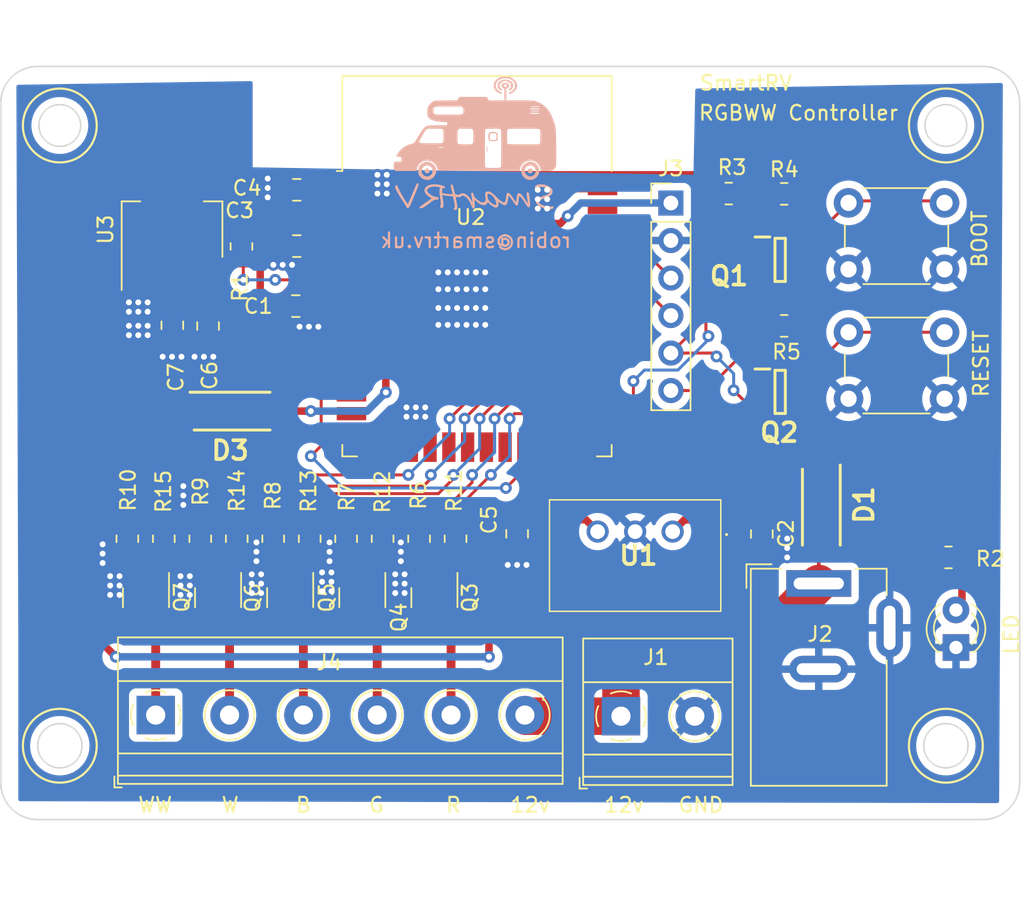
<source format=kicad_pcb>
(kicad_pcb (version 20211014) (generator pcbnew)
  (layers (0 "F.Cu" signal) (31 "B.Cu" signal) (34 "B.Paste" user) (35 "F.Paste" user) (36 "B.SilkS" user "B.Silkscreen") (37 "F.SilkS" user "F.Silkscreen") (38 "B.Mask" user) (39 "F.Mask" user) (44 "Edge.Cuts" user))
  (net 0 "")
  (net 1 "GND")
  (net 2 "ESP_RESET")
  (net 3 "VDD33")
  (net 4 "VDD12_U")
  (net 5 "ESP_TX")
  (net 6 "ESP_RX")
  (net 7 "RTS")
  (net 8 "CTS")
  (net 9 "Net-(Q1-Pad1)")
  (net 10 "ESP_IO0")
  (net 11 "Net-(Q2-Pad1)")
  (net 12 "Net-(Q3-Pad1)")
  (net 13 "Net-(Q4-Pad1)")
  (net 14 "Net-(Q5-Pad1)")
  (net 15 "Net-(Q6-Pad1)")
  (net 16 "Net-(Q7-Pad1)")
  (net 17 "LEDR")
  (net 18 "LEDG")
  (net 19 "LEDB")
  (net 20 "LEDW")
  (net 21 "LEDWW")
  (net 43 "/PWR5{slash}20")
  (net 44 "/PWR12{slash}20")
  (footprint "Package_TO_SOT_SMD:SOT-23" (layer "F.Cu") (at 119.36632 81.9717 -90)
    (fp_text reference "Q3")
    (fp_text value "AO3400A")
  )
  (footprint "Resistor_SMD:R_0805_2012Metric" (layer "F.Cu") (at 98.5736 77.9858 90)
    (fp_text reference "R10")
    (fp_text value "10k")
  )
  (footprint "Capacitor_SMD:C_0805_2012Metric" (layer "F.Cu") (at 110.048 58.166 180)
    (fp_text reference "C3")
    (fp_text value "10uF")
  )
  (footprint "Package_TO_SOT_SMD:SOT-23" (layer "F.Cu") (at 104.71687 81.9717 -90)
    (fp_text reference "Q6")
    (fp_text value "AO3400A")
  )
  (footprint "Resistor_SMD:R_0805_2012Metric" (layer "F.Cu") (at 143.05 54.63)
    (fp_text reference "R4")
    (fp_text value "10k")
  )
  (footprint "TerminalBlock_Phoenix:TerminalBlock_Phoenix_MKDS-1,5-2_1x02_P5.00mm_Horizontal" (layer "F.Cu") (at 132 90)
    (fp_text reference "J1")
    (fp_text value "12v In")
  )
  (footprint "Capacitor_SMD:C_0805_2012Metric" (layer "F.Cu") (at 110.048 54.356 180)
    (fp_text reference "C4")
    (fp_text value "0.1uF")
  )
  (footprint "Capacitor_SMD:C_0805_2012Metric" (layer "F.Cu") (at 109.982 62.23 180)
    (fp_text reference "C1")
    (fp_text value "100nf")
  )
  (footprint "Button_Switch_THT:SW_PUSH_6mm" (layer "F.Cu") (at 153.91 68.5026 180)
    (fp_text reference "RESET")
    (fp_text value "SW_Push")
  )
  (footprint "Capacitor_SMD:C_0805_2012Metric" (layer "F.Cu") (at 104.04 63.578 -90)
    (fp_text reference "C6")
    (fp_text value "10uf")
  )
  (footprint "Package_TO_SOT_SMD:SOT-23" (layer "F.Cu") (at 109.60002 81.9717 -90)
    (fp_text reference "Q5")
    (fp_text value "AO3400A")
  )
  (footprint "Package_TO_SOT_SMD:SOT-23" (layer "F.Cu") (at 114.48317 81.9717 -90)
    (fp_text reference "Q4")
    (fp_text value "AO3400A")
  )
  (footprint "Resistor_SMD:R_0805_2012Metric" (layer "F.Cu") (at 115.859708 77.9858 -90)
    (fp_text reference "R12")
    (fp_text value "100")
  )
  (footprint "Package_TO_SOT_SMD:SOT-223-3_TabPin2" (layer "F.Cu") (at 101.6 57.048 90)
    (fp_text reference "U3")
    (fp_text value "AMS1117-3.3")
  )
  (footprint "SamacSys_Parts:DIOM5126X250N" (layer "F.Cu") (at 145.5674 75.8444 -90)
    (fp_text reference "D1")
    (fp_text value "SS14" hide)
  )
  (footprint "Resistor_SMD:R_0805_2012Metric" (layer "F.Cu") (at 113.390264 77.9858 90)
    (fp_text reference "R7")
    (fp_text value "10k")
  )
  (footprint "Capacitor_SMD:C_0805_2012Metric" (layer "F.Cu") (at 141.54 77.66 -90)
    (fp_text reference "C2")
    (fp_text value "10uf")
  )
  (footprint "Resistor_SMD:R_0805_2012Metric" (layer "F.Cu") (at 154.178 79.248)
    (fp_text reference "R2")
    (fp_text value "150")
  )
  (footprint "Resistor_SMD:R_0805_2012Metric" (layer "F.Cu") (at 118.329152 77.9858 90)
    (fp_text reference "R6")
    (fp_text value "10k")
  )
  (footprint "Resistor_SMD:R_0805_2012Metric" (layer "F.Cu") (at 139.2955 54.61)
    (fp_text reference "R3")
    (fp_text value "10k")
  )
  (footprint "Resistor_SMD:R_0805_2012Metric" (layer "F.Cu") (at 108.451376 77.9858 90)
    (fp_text reference "R8")
    (fp_text value "10k")
  )
  (footprint "SamacSys_Parts:SOT95P240X120-3N" (layer "F.Cu") (at 142.78 68.04)
    (fp_text reference "Q2")
    (fp_text value "MMBT2222A" hide)
  )
  (footprint "Connector_PinHeader_2.54mm:PinHeader_1x06_P2.54mm_Vertical" (layer "F.Cu") (at 135.38 55.25)
    (fp_text reference "J3")
    (fp_text value "Programming Header")
  )
  (footprint "Connector_BarrelJack:BarrelJack_Wuerth_6941xx301002" (layer "F.Cu") (at 145.3938 81.01339)
    (fp_text reference "J2")
    (fp_text value "Barrel_Jack_Switch")
  )
  (footprint "Capacitor_SMD:C_0805_2012Metric" (layer "F.Cu") (at 124.968 77.6478 -90)
    (fp_text reference "C5")
    (fp_text value "22uf")
  )
  (footprint "Package_TO_SOT_SMD:SOT-23" (layer "F.Cu") (at 99.83372 81.9717 -90)
    (fp_text reference "Q7")
    (fp_text value "AO3400A")
  )
  (footprint "SamacSys_Parts:DIOM5126X250N" (layer "F.Cu") (at 105.664 69.342)
    (fp_text reference "D3")
    (fp_text value "SS14" hide)
  )
  (footprint "LED_THT:LED_D3.0mm" (layer "F.Cu") (at 154.686 85.349 90)
    (fp_text reference "D2" hide)
    (fp_text value "LED")
  )
  (footprint "Resistor_SMD:R_0805_2012Metric" (layer "F.Cu") (at 143.05 63.57)
    (fp_text reference "R5")
    (fp_text value "10k")
  )
  (footprint "Resistor_SMD:R_0805_2012Metric" (layer "F.Cu") (at 103.512488 77.9858 90)
    (fp_text reference "R9")
    (fp_text value "10k")
  )
  (footprint "RF_Module:ESP32-WROOM-32" (layer "F.Cu") (at 122.2502 62.527)
    (fp_text reference "U2")
    (fp_text value "ESP32-WROOM-32D")
  )
  (footprint "Capacitor_SMD:C_0805_2012Metric" (layer "F.Cu") (at 101.62 63.528 -90)
    (fp_text reference "C7")
    (fp_text value "10uf")
  )
  (footprint "Button_Switch_THT:SW_PUSH_6mm" (layer "F.Cu") (at 147.41 55.24)
    (fp_text reference "BOOT")
    (fp_text value "SW_Push")
  )
  (footprint "Resistor_SMD:R_0805_2012Metric" (layer "F.Cu") (at 120.7986 77.9858 -90)
    (fp_text reference "R11")
    (fp_text value "100")
  )
  (footprint "Resistor_SMD:R_0805_2012Metric" (layer "F.Cu") (at 110.92082 77.9858 -90)
    (fp_text reference "R13")
    (fp_text value "100")
  )
  (footprint "Resistor_SMD:R_0805_2012Metric" (layer "F.Cu") (at 101.043044 77.9858 -90)
    (fp_text reference "R15")
    (fp_text value "100")
  )
  (footprint "Resistor_SMD:R_0805_2012Metric" (layer "F.Cu") (at 105.981932 77.9858 -90)
    (fp_text reference "R14")
    (fp_text value "100")
  )
  (footprint "SamacSys_Parts:SOT95P240X120-3N" (layer "F.Cu") (at 142.78 59.1)
    (fp_text reference "Q1")
    (fp_text value "MMBT2222A" hide)
  )
  (footprint "TerminalBlock_Phoenix:TerminalBlock_Phoenix_MKDS-1,5-6_1x06_P5.00mm_Horizontal" (layer "F.Cu") (at 100.4938 89.9238)
    (fp_text reference "J4")
    (fp_text value "LED Screw")
  )
  (footprint "SamacSys_Parts:K7805500R3" (layer "F.Cu") (at 135.5 77.5 180)
    (fp_text reference "U1")
    (fp_text value "K7805-500R3" hide)
  )
  (footprint "Resistor_SMD:R_0805_2012Metric" (layer "F.Cu") (at 106.299 58.1895 -90)
    (fp_text reference "R1")
    (fp_text value "10k")
  )
  (footprint "logos:smartrv" (layer "B.Cu") (at 121.92 51.181 180)
    (fp_text reference "G***" hide)
    (fp_text value "LOGO" hide)
  )
  (gr_circle locked (center 94 50) (end 96.5 50) (layer "F.SilkS") (width 0.15) (fill none))
  (gr_circle locked (center 154 92) (end 156.5 92) (layer "F.SilkS") (width 0.15) (fill none))
  (gr_circle locked (center 94 92) (end 96.5 92) (layer "F.SilkS") (width 0.15) (fill none))
  (gr_circle locked (center 154 50) (end 156.5 50) (layer "F.SilkS") (width 0.15) (fill none))
  (gr_arc (start 156.5 46) (mid 158.267767 46.732233) (end 159 48.5) (layer "Edge.Cuts") (width 0.1))
  (gr_arc (start 92.5 97) (mid 90.732233 96.267767) (end 90 94.5) (layer "Edge.Cuts") (width 0.1))
  (gr_arc (start 90 48.5) (mid 90.732233 46.732233) (end 92.5 46) (layer "Edge.Cuts") (width 0.1))
  (gr_line (start 90 94.5) (end 90 48.5) (layer "Edge.Cuts") (width 0.1))
  (gr_line (start 159 48.5) (end 159 94.5) (layer "Edge.Cuts") (width 0.1))
  (gr_circle locked (center 94 50) (end 95 51) (layer "Edge.Cuts") (width 0.1) (fill none))
  (gr_line (start 156.5 46) (end 92.5 46) (layer "Edge.Cuts") (width 0.1))
  (gr_line (start 156.5 97) (end 92.5 97) (layer "Edge.Cuts") (width 0.1))
  (gr_circle locked (center 154 92) (end 155.5 92) (layer "Edge.Cuts") (width 0.1) (fill none))
  (gr_circle locked (center 154 50) (end 155 51) (layer "Edge.Cuts") (width 0.1) (fill none))
  (gr_arc (start 159 94.5) (mid 158.267767 96.267767) (end 156.5 97) (layer "Edge.Cuts") (width 0.1))
  (gr_circle locked (center 94 92) (end 95.5 92) (layer "Edge.Cuts") (width 0.1) (fill none))
  (gr_text "robin@smartrv.uk\n" (at 122.174 57.785) (layer "B.SilkS") (effects (font (size 1 1)) (justify mirror)))
  (gr_text "12v" (at 125.857 96.012) (layer "F.SilkS") (effects (font (size 1 1))))
  (gr_text "W" (at 105.537 96.012) (layer "F.SilkS") (effects (font (size 1 1))))
  (gr_text "WW" (at 100.457 96.012) (layer "F.SilkS") (effects (font (size 1 1))))
  (gr_text "R" (at 120.65 96.012) (layer "F.SilkS") (effects (font (size 1 1))))
  (gr_text "G" (at 115.443 96.012) (layer "F.SilkS") (effects (font (size 1 1))))
  (gr_text "12v" (at 132.207 96.012) (layer "F.SilkS") (effects (font (size 1 1))))
  (gr_text "SmartRV " (at 140.843 47.117) (layer "F.SilkS") (effects (font (size 1 1))))
  (gr_text "B" (at 110.49 96.012) (layer "F.SilkS") (effects (font (size 1 1))))
  (gr_text "RGBWW Controller" (at 144.018 49.149) (layer "F.SilkS") (effects (font (size 1 1))))
  (gr_text "GND\n" (at 137.414 96.012) (layer "F.SilkS") (effects (font (size 1 1))))
  (segment (start 101.62 64.478) (end 101.62 65.639) (width 0.508) (layer "F.Cu") (net 1))
  (segment (start 112.268 80.137) (end 112.395 80.264) (width 0.508) (layer "F.Cu") (net 1))
  (segment (start 126.365 54.356) (end 126.365 55.626) (width 0.508) (layer "F.Cu") (net 1))
  (segment (start 108.204 54.356) (end 108.077 54.229) (width 0.508) (layer "F.Cu") (net 1))
  (segment (start 104.04 64.528) (end 104.04 65.378) (width 0.508) (layer "F.Cu") (net 1))
  (segment (start 117.348 81.026) (end 118.40812 81.026) (width 0.508) (layer "F.Cu") (net 1))
  (segment (start 127.846 54.526) (end 128.1 54.272) (width 0.508) (layer "F.Cu") (net 1))
  (segment (start 127.465 54.526) (end 127.846 54.526) (width 0.508) (layer "F.Cu") (net 1))
  (segment (start 109.098 59.431) (end 109.093 59.436) (width 0.508) (layer "F.Cu") (net 1))
  (segment (start 98.679 62.611) (end 98.679 61.976) (width 0.508) (layer "F.Cu") (net 1))
  (segment (start 111.76 81.534) (end 112.395 81.534) (width 0.508) (layer "F.Cu") (net 1))
  (segment (start 107.6325 81.026) (end 108.64182 81.026) (width 0.508) (layer "F.Cu") (net 1))
  (segment (start 109.098 58.166) (end 109.098 59.431) (width 0.508) (layer "F.Cu") (net 1))
  (segment (start 102.358968 74.425032) (end 102.358968 77.74478) (width 0.508) (layer "F.Cu") (net 1))
  (segment (start 99.949 64.1985) (end 99.949 63.5635) (width 0.508) (layer "F.Cu") (net 1))
  (segment (start 126.365 54.991) (end 127 54.991) (width 0.508) (layer "F.Cu") (net 1))
  (segment (start 115.5065 53.34) (end 115.5065 54.61) (width 0.508) (layer "F.Cu") (net 1))
  (segment (start 102.1715 81.153) (end 102.8065 81.153) (width 0.508) (layer "F.Cu") (net 1))
  (segment (start 112.395 80.899) (end 113.39797 80.899) (width 0.508) (layer "F.Cu") (net 1))
  (segment (start 97.409 81.788) (end 98.044 81.788) (width 0.508) (layer "F.Cu") (net 1))
  (segment (start 117.475 69.088) (end 117.475 69.723) (width 0.508) (layer "F.Cu") (net 1))
  (segment (start 126.365 54.356) (end 127 54.356) (width 0.508) (layer "F.Cu") (net 1))
  (segment (start 127.465 54.526) (end 127 54.991) (width 0.508) (layer "F.Cu") (net 1))
  (segment (start 98.679 61.976) (end 99.949 61.976) (width 0.508) (layer "F.Cu") (net 1))
  (segment (start 103.124 65.659) (end 104.394 65.659) (width 0.508) (layer "F.Cu") (net 1))
  (segment (start 116.713 81.026) (end 117.348 81.026) (width 0.508) (layer "F.Cu") (net 1))
  (segment (start 112.268 79.756) (end 111.76 80.264) (width 0.508) (layer "F.Cu") (net 1))
  (segment (start 99.314 64.1985) (end 99.314 63.5635) (width 0.508) (layer "F.Cu") (net 1))
  (segment (start 115.5065 53.975) (end 116.1415 53.975) (width 0.508) (layer "F.Cu") (net 1))
  (segment (start 108.420076 78.867) (end 108.451376 78.8983) (width 0.508) (layer "F.Cu") (net 1))
  (segment (start 102.1715 80.518) (end 102.8065 80.518) (width 0.508) (layer "F.Cu") (net 1))
  (segment (start 110.932 62.23) (end 110.932 63.566) (width 0.508) (layer "F.Cu") (net 1))
  (segment (start 102.8065 80.518) (end 102.8065 81.788) (width 0.508) (layer "F.Cu") (net 1))
  (segment (start 111.76 80.264) (end 112.395 80.264) (width 0.508) (layer "F.Cu") (net 1))
  (segment (start 96.901 78.359) (end 96.901 79.629) (width 0.508) (layer "F.Cu") (net 1))
  (segment (start 106.9975 81.026) (end 107.6325 81.026) (width 0.508) (layer "F.Cu") (net 1))
  (segment (start 116.713 80.391) (end 117.348 80.391) (width 0.508) (layer "F.Cu") (net 1))
  (segment (start 118.0143 68.9923) (end 118.11 69.088) (width 0.508) (layer "F.Cu") (net 1))
  (segment (start 102.362 74.422) (end 102.358968 74.425032) (width 0.508) (layer "F.Cu") (net 1))
  (segment (start 102.1715 81.788) (end 102.8065 81.788) (width 0.508) (layer "F.Cu") (net 1))
  (segment (start 112.141 78.232) (end 112.141 79.502) (width 0.508) (layer "F.Cu") (net 1))
  (segment (start 112.268 79.502) (end 112.268 80.137) (width 0.508) (layer "F.Cu") (net 1))
  (segment (start 98.76492 81.153) (end 98.88372 81.0342) (width 0.508) (layer "F.Cu") (net 1))
  (segment (start 118.40812 81.026) (end 118.41632 81.0342) (width 0.508) (layer "F.Cu") (net 1))
  (segment (start 113.39797 80.899) (end 113.53317 81.0342) (width 0.508) (layer "F.Cu") (net 1))
  (segment (start 117.094 78.232) (end 117.094 79.502) (width 0.508) (layer "F.Cu") (net 1))
  (segment (start 112.141 78.867) (end 113.358964 78.867) (width 0.508) (layer "F.Cu") (net 1))
  (segment (start 118.11 69.088) (end 118.11 69.723) (width 0.508) (layer "F.Cu") (net 1))
  (segment (start 98.679 64.1985) (end 99.949 64.1985) (width 0.508) (layer "F.Cu") (net 1))
  (segment (start 100.965 65.659) (end 102.235 65.659) (width 0.508) (layer "F.Cu") (net 1))
  (segment (start 107.6325 80.391) (end 107.6325 81.661) (width 0.508) (layer "F.Cu") (net 1))
  (segment (start 106.9975 81.661) (end 107.6325 81.661) (width 0.508) (layer "F.Cu") (net 1))
  (segment (start 117.475 69.088) (end 118.745 69.088) (width 0.508) (layer "F.Cu") (net 1))
  (segment (start 111.76 80.264) (end 111.76 81.534) (width 0.508) (layer "F.Cu") (net 1))
  (segment (start 115.2095 54.272) (end 115.5065 53.975) (width 0.508) (layer "F.Cu") (net 1))
  (segment (start 126.365 55.626) (end 127 55.626) (width 0.508) (layer "F.Cu") (net 1))
  (segment (start 117.348 80.391) (end 117.348 81.661) (width 0.508) (layer "F.Cu") (net 1))
  (segment (start 118.745 69.088) (end 118.745 69.723) (width 0.508) (layer "F.Cu") (net 1))
  (segment (start 143.256 79.248) (end 143.256 77.978) (width 0.508) (layer "F.Cu") (net 1))
  (segment (start 98.679 62.611) (end 99.949 62.611) (width 0.508) (layer "F.Cu") (net 1))
  (segment (start 110.932 63.566) (end 110.871 63.627) (width 0.508) (layer "F.Cu") (net 1))
  (segment (start 99.3 60.198) (end 99.3 64.1845) (width 0.508) (layer "F.Cu") (net 1))
  (segment (start 98.679 63.5635) (end 99.949 63.5635) (width 0.508) (layer "F.Cu") (net 1))
  (segment (start 116.5352 70.0278) (end 116.5352 71.782) (width 0.508) (layer "F.Cu") (net 1))
  (segment (start 98.044 81.153) (end 98.76492 81.153) (width 0.508) (layer "F.Cu") (net 1))
  (segment (start 117.475 69.723) (end 118.745 69.723) (width 0.508) (layer "F.Cu") (net 1))
  (segment (start 99.949 62.611) (end 99.949 61.976) (width 0.508) (layer "F.Cu") (net 1))
  (segment (start 115.5065 54.61) (end 116.1415 54.61) (width 0.508) (layer "F.Cu") (net 1))
  (segment (start 107.315 78.232) (end 107.315 79.502) (width 0.508) (layer "F.Cu") (net 1))
  (segment (start 101.62 65.639) (end 101.6 65.659) (width 0.508) (layer "F.Cu") (net 1))
  (segment (start 108.458 59.436) (end 109.728 59.436) (width 0.508) (layer "F.Cu") (net 1))
  (segment (start 143.253 78.61) (end 143.256 78.613) (width 0.508) (layer "F.Cu") (net 1))
  (segment (start 112.268 79.502) (end 112.268 79.756) (width 0.508) (layer "F.Cu") (net 1))
  (segment (start 98.044 80.518) (end 98.044 81.788) (width 0.508) (layer "F.Cu") (net 1))
  (segment (start 108.64182 81.026) (end 108.65002 81.0342) (width 0.508) (layer "F.Cu") (net 1))
  (segment (start 116.713 80.391) (end 116.713 81.661) (width 0.508) (layer "F.Cu") (net 1))
  (segment (start 113.7502 54.272) (end 115.2095 54.272) (width 0.508) (layer "F.Cu") (net 1))
  (segment (start 115.5065 53.34) (end 116.1415 53.34) (width 0.508) (layer "F.Cu") (net 1))
  (segment (start 99.3 64.1845) (end 99.314 64.1985) (width 0.508) (layer "F.Cu") (net 1))
  (segment (start 106.9975 80.391) (end 107.6325 80.391) (width 0.508) (layer "F.Cu") (net 1))
  (segment (start 97.409 81.153) (end 98.044 81.153) (width 0.508) (layer "F.Cu") (net 1))
  (segment (start 97.409 80.518) (end 98.044 80.518) (width 0.508) (layer "F.Cu") (net 1))
  (segment (start 116.713 81.661) (end 117.348 81.661) (width 0.508) (layer "F.Cu") (net 1))
  (segment (start 117.1253 78.8983) (end 117.094 78.867) (width 0.508) (layer "F.Cu") (net 1))
  (segment (start 110.236 63.627) (end 111.506 63.627) (width 0.508) (layer "F.Cu") (net 1))
  (segment (start 108.077 54.864) (end 108.077 53.594) (width 0.508) (layer "F.Cu") (net 1))
  (segment (start 111.76 80.899) (end 112.395 80.899) (width 0.508) (layer "F.Cu") (net 1))
  (segment (start 117.475 69.088) (end 116.5352 70.0278) (width 0.508) (layer "F.Cu") (net 1))
  (segment (start 130.7502 54.272) (end 128.1 54.272) (width 0.508) (layer "F.Cu") (net 1))
  (segment (start 106.9975 80.391) (end 106.9975 81.661) (width 0.508) (layer "F.Cu") (net 1))
  (segment (start 124.333 79.756) (end 125.603 79.756) (width 0.508) (layer "F.Cu") (net 1))
  (segment (start 118.0143 69.6273) (end 118.11 69.723) (width 0.508) (layer "F.Cu") (net 1))
  (segment (start 102.1715 80.518) (end 102.1715 81.788) (width 0.508) (layer "F.Cu") (net 1))
  (segment (start 113.358964 78.867) (end 113.390264 78.8983) (width 0.508) (layer "F.Cu") (net 1))
  (segment (start 109.098 54.356) (end 108.204 54.356) (width 0.508) (layer "F.Cu") (net 1))
  (segment (start 107.315 78.867) (end 108.420076 78.867) (width 0.508) (layer "F.Cu") (net 1))
  (segment (start 103.64807 81.153) (end 103.76687 81.0342) (width 0.508) (layer "F.Cu") (net 1))
  (segment (start 124.968 78.5978) (end 124.968 79.756) (width 0.508) (layer "F.Cu") (net 1))
  (segment (start 98.679 64.1985) (end 98.679 63.5635) (width 0.508) (layer "F.Cu") (net 1))
  (segment (start 97.409 80.518) (end 97.409 81.788) (width 0.508) (layer "F.Cu") (net 1))
  (segment (start 141.54 78.61) (end 143.253 78.61) (width 0.508) (layer "F.Cu") (net 1))
  (segment (start 102.8065 81.153) (end 103.64807 81.153) (width 0.508) (layer "F.Cu") (net 1))
  (segment (start 96.9967 78.8983) (end 96.901 78.994) (width 0.508) (layer "F.Cu") (net 1))
  (segment (start 112.395 80.264) (end 112.395 81.534) (width 0.508) (layer "F.Cu") (net 1))
  (segment (start 127 54.356) (end 127 55.626) (width 0.508) (layer "F.Cu") (net 1))
  (segment (start 116.1415 53.34) (end 116.1415 54.61) (width 0.508) (layer "F.Cu") (net 1))
  (segment (start 99.314 62.611) (end 99.314 61.976) (width 0.508) (layer "F.Cu") (net 1))
  (segment (start 104.04 65.378) (end 103.759 65.659) (width 0.508) (layer "F.Cu") (net 1))
  (segment (start 98.5736 78.8983) (end 96.9967 78.8983) (width 0.508) (layer "F.Cu") (net 1))
  (segment (start 118.329152 78.8983) (end 117.1253 78.8983) (width 0.508) (layer "F.Cu") (net 1))
  (segment (start 102.358968 77.74478) (end 103.512488 78.8983) (width 0.508) (layer "F.Cu") (net 1))
  (via (at 111.76 80.264) (size 0.8) (drill 0.4) (layers "F.Cu" "B.Cu") (net 1))
  (via (at 117.094 78.867) (size 0.8) (drill 0.4) (layers "F.Cu" "B.Cu") (net 1))
  (via (at 120.904 61.087) (size 0.8) (drill 0.4) (layers "F.Cu" "B.Cu") (net 1))
  (via (at 96.901 78.359) (size 0.8) (drill 0.4) (layers "F.Cu" "B.Cu") (net 1))
  (via (at 116.713 80.391) (size 0.8) (drill 0.4) (layers "F.Cu" "B.Cu") (net 1))
  (via (at 97.409 81.153) (size 0.8) (drill 0.4) (layers "F.Cu" "B.Cu") (net 1))
  (via (at 112.395 81.534) (size 0.8) (drill 0.4) (layers "F.Cu" "B.Cu") (net 1))
  (via (at 108.077 54.864) (size 0.8) (drill 0.4) (layers "F.Cu" "B.Cu") (net 1))
  (via (at 117.094 79.502) (size 0.8) (drill 0.4) (layers "F.Cu" "B.Cu") (net 1))
  (via (at 98.679 64.1985) (size 0.8) (drill 0.4) (layers "F.Cu" "B.Cu") (net 1))
  (via (at 143.256 79.248) (size 0.8) (drill 0.4) (layers "F.Cu" "B.Cu") (net 1))
  (via (at 115.5065 53.975) (size 0.8) (drill 0.4) (layers "F.Cu" "B.Cu") (net 1))
  (via (at 143.256 78.613) (size 0.8) (drill 0.4) (layers "F.Cu" "B.Cu") (net 1))
  (via (at 126.365 54.356) (size 0.8) (drill 0.4) (layers "F.Cu" "B.Cu") (net 1))
  (via (at 99.314 62.611) (size 0.8) (drill 0.4) (layers "F.Cu" "B.Cu") (net 1))
  (via (at 125.603 79.756) (size 0.8) (drill 0.4) (layers "F.Cu" "B.Cu") (net 1))
  (via (at 117.475 69.088) (size 0.8) (drill 0.4) (layers "F.Cu" "B.Cu") (net 1))
  (via (at 116.713 81.661) (size 0.8) (drill 0.4) (layers "F.Cu" "B.Cu") (net 1))
  (via (at 121.539 59.944) (size 0.8) (drill 0.4) (layers "F.Cu" "B.Cu") (net 1))
  (via (at 98.679 61.976) (size 0.8) (drill 0.4) (layers "F.Cu" "B.Cu") (net 1))
  (via (at 120.269 61.087) (size 0.8) (drill 0.4) (layers "F.Cu" "B.Cu") (net 1))
  (via (at 122.809 63.5) (size 0.8) (drill 0.4) (layers "F.Cu" "B.Cu") (net 1))
  (via (at 102.1715 81.153) (size 0.8) (drill 0.4) (layers "F.Cu" "B.Cu") (net 1))
  (via (at 117.348 81.026) (size 0.8) (drill 0.4) (layers "F.Cu" "B.Cu") (net 1))
  (via (at 117.348 80.391) (size 0.8) (drill 0.4) (layers "F.Cu" "B.Cu") (net 1))
  (via (at 118.745 69.723) (size 0.8) (drill 0.4) (layers "F.Cu" "B.Cu") (net 1))
  (via (at 99.949 62.611) (size 0.8) (drill 0.4) (layers "F.Cu" "B.Cu") (net 1))
  (via (at 107.315 78.232) (size 0.8) (drill 0.4) (layers "F.Cu" "B.Cu") (net 1))
  (via (at 122.174 61.087) (size 0.8) (drill 0.4) (layers "F.Cu" "B.Cu") (net 1))
  (via (at 119.634 62.357) (size 0.8) (drill 0.4) (layers "F.Cu" "B.Cu") (net 1))
  (via (at 102.1715 80.518) (size 0.8) (drill 0.4) (layers "F.Cu" "B.Cu") (net 1))
  (via (at 118.745 69.088) (size 0.8) (drill 0.4) (layers "F.Cu" "B.Cu") (net 1))
  (via (at 107.315 78.867) (size 0.8) (drill 0.4) (layers "F.Cu" "B.Cu") (net 1))
  (via (at 118.11 69.088) (size 0.8) (drill 0.4) (layers "F.Cu" "B.Cu") (net 1))
  (via (at 99.949 61.976) (size 0.8) (drill 0.4) (layers "F.Cu" "B.Cu") (net 1))
  (via (at 120.904 63.5) (size 0.8) (drill 0.4) (layers "F.Cu" "B.Cu") (net 1))
  (via (at 116.1415 53.34) (size 0.8) (drill 0.4) (layers "F.Cu" "B.Cu") (net 1))
  (via (at 107.6325 80.391) (size 0.8) (drill 0.4) (layers "F.Cu" "B.Cu") (net 1))
  (via (at 115.5065 54.61) (size 0.8) (drill 0.4) (layers "F.Cu" "B.Cu") (net 1))
  (via (at 121.539 63.5) (size 0.8) (drill 0.4) (layers "F.Cu" "B.Cu") (net 1))
  (via (at 103.759 65.659) (size 0.8) (drill 0.4) (layers "F.Cu" "B.Cu") (net 1))
  (via (at 127 54.991) (size 0.8) (drill 0.4) (layers "F.Cu" "B.Cu") (net 1))
  (via (at 108.077 53.594) (size 0.8) (drill 0.4) (layers "F.Cu" "B.Cu") (net 1))
  (via (at 116.1415 54.61) (size 0.8) (drill 0.4) (layers "F.Cu" "B.Cu") (net 1))
  (via (at 102.362 74.422) (size 0.8) (drill 0.4) (layers "F.Cu" "B.Cu") (net 1))
  (via (at 98.679 63.5635) (size 0.8) (drill 0.4) (layers "F.Cu" "B.Cu") (net 1))
  (via (at 124.968 79.756) (size 0.8) (drill 0.4) (layers "F.Cu" "B.Cu") (net 1))
  (via (at 107.6325 81.026) (size 0.8) (drill 0.4) (layers "F.Cu" "B.Cu") (net 1))
  (via (at 98.044 80.518) (size 0.8) (drill 0.4) (layers "F.Cu" "B.Cu") (net 1))
  (via (at 102.1715 81.788) (size 0.8) (drill 0.4) (layers "F.Cu" "B.Cu") (net 1))
  (via (at 111.76 80.899) (size 0.8) (drill 0.4) (layers "F.Cu" "B.Cu") (net 1))
  (via (at 121.539 61.087) (size 0.8) (drill 0.4) (layers "F.Cu" "B.Cu") (net 1))
  (via (at 109.728 59.436) (size 0.8) (drill 0.4) (layers "F.Cu" "B.Cu") (net 1))
  (via (at 100.965 65.659) (size 0.8) (drill 0.4) (layers "F.Cu" "B.Cu") (net 1))
  (via (at 124.333 79.756) (size 0.8) (drill 0.4) (layers "F.Cu" "B.Cu") (net 1))
  (via (at 143.256 77.978) (size 0.8) (drill 0.4) (layers "F.Cu" "B.Cu") (net 1))
  (via (at 115.5065 53.34) (size 0.8) (drill 0.4) (layers "F.Cu" "B.Cu") (net 1))
  (via (at 122.809 61.087) (size 0.8) (drill 0.4) (layers "F.Cu" "B.Cu") (net 1))
  (via (at 119.634 61.087) (size 0.8) (drill 0.4) (layers "F.Cu" "B.Cu") (net 1))
  (via (at 97.409 80.518) (size 0.8) (drill 0.4) (layers "F.Cu" "B.Cu") (net 1))
  (via (at 108.458 59.436) (size 0.8) (drill 0.4) (layers "F.Cu" "B.Cu") (net 1))
  (via (at 122.174 59.944) (size 0.8) (drill 0.4) (layers "F.Cu" "B.Cu") (net 1))
  (via (at 120.269 59.944) (size 0.8) (drill 0.4) (layers "F.Cu" "B.Cu") (net 1))
  (via (at 120.904 59.944) (size 0.8) (drill 0.4) (layers "F.Cu" "B.Cu") (net 1))
  (via (at 99.949 64.1985) (size 0.8) (drill 0.4) (layers "F.Cu" "B.Cu") (net 1))
  (via (at 112.395 80.264) (size 0.8) (drill 0.4) (layers "F.Cu" "B.Cu") (net 1))
  (via (at 102.8065 81.788) (size 0.8) (drill 0.4) (layers "F.Cu" "B.Cu") (net 1))
  (via (at 117.094 78.232) (size 0.8) (drill 0.4) (layers "F.Cu" "B.Cu") (net 1))
  (via (at 110.871 63.627) (size 0.8) (drill 0.4) (layers "F.Cu" "B.Cu") (net 1))
  (via (at 96.901 79.629) (size 0.8) (drill 0.4) (layers "F.Cu" "B.Cu") (net 1))
  (via (at 118.11 69.723) (size 0.8) (drill 0.4) (layers "F.Cu" "B.Cu") (net 1))
  (via (at 112.268 78.867) (size 0.8) (drill 0.4) (layers "F.Cu" "B.Cu") (net 1))
  (via (at 102.8065 80.518) (size 0.8) (drill 0.4) (layers "F.Cu" "B.Cu") (net 1))
  (via (at 104.394 65.659) (size 0.8) (drill 0.4) (layers "F.Cu" "B.Cu") (net 1))
  (via (at 112.395 80.899) (size 0.8) (drill 0.4) (layers "F.Cu" "B.Cu") (net 1))
  (via (at 120.904 62.357) (size 0.8) (drill 0.4) (layers "F.Cu" "B.Cu") (net 1))
  (via (at 99.314 63.5635) (size 0.8) (drill 0.4) (layers "F.Cu" "B.Cu") (net 1))
  (via (at 106.9975 81.661) (size 0.8) (drill 0.4) (layers "F.Cu" "B.Cu") (net 1))
  (via (at 122.809 62.357) (size 0.8) (drill 0.4) (layers "F.Cu" "B.Cu") (net 1))
  (via (at 120.269 62.357) (size 0.8) (drill 0.4) (layers "F.Cu" "B.Cu") (net 1))
  (via (at 98.044 81.153) (size 0.8) (drill 0.4) (layers "F.Cu" "B.Cu") (net 1))
  (via (at 116.713 81.026) (size 0.8) (drill 0.4) (layers "F.Cu" "B.Cu") (net 1))
  (via (at 112.268 79.502) (size 0.8) (drill 0.4) (layers "F.Cu" "B.Cu") (net 1))
  (via (at 117.475 69.723) (size 0.8) (drill 0.4) (layers "F.Cu" "B.Cu") (net 1))
  (via (at 102.362 75.692) (size 0.8) (drill 0.4) (layers "F.Cu" "B.Cu") (net 1))
  (via (at 122.174 63.5) (size 0.8) (drill 0.4) (layers "F.Cu" "B.Cu") (net 1))
  (via (at 102.8065 81.153) (size 0.8) (drill 0.4) (layers "F.Cu" "B.Cu") (net 1))
  (via (at 99.949 63.5635) (size 0.8) (drill 0.4) (layers "F.Cu" "B.Cu") (net 1))
  (via (at 116.1415 53.975) (size 0.8) (drill 0.4) (layers "F.Cu" "B.Cu") (net 1))
  (via (at 99.314 64.1985) (size 0.8) (drill 0.4) (layers "F.Cu" "B.Cu") (net 1))
  (via (at 112.268 78.232) (size 0.8) (drill 0.4) (layers "F.Cu" "B.Cu") (net 1))
  (via (at 110.236 63.627) (size 0.8) (drill 0.4) (layers "F.Cu" "B.Cu") (net 1))
  (via (at 119.634 59.944) (size 0.8) (drill 0.4) (layers "F.Cu" "B.Cu") (net 1))
  (via (at 127 55.626) (size 0.8) (drill 0.4) (layers "F.Cu" "B.Cu") (net 1))
  (via (at 102.235 65.659) (size 0.8) (drill 0.4) (layers "F.Cu" "B.Cu") (net 1))
  (via (at 127 54.356) (size 0.8) (drill 0.4) (layers "F.Cu" "B.Cu") (net 1))
  (via (at 122.809 59.944) (size 0.8) (drill 0.4) (layers "F.Cu" "B.Cu") (net 1))
  (via (at 126.365 55.626) (size 0.8) (drill 0.4) (layers "F.Cu" "B.Cu") (net 1))
  (via (at 111.506 63.627) (size 0.8) (drill 0.4) (layers "F.Cu" "B.Cu") (net 1))
  (via (at 106.9975 80.391) (size 0.8) (drill 0.4) (layers "F.Cu" "B.Cu") (net 1))
  (via (at 106.9975 81.026) (size 0.8) (drill 0.4) (layers "F.Cu" "B.Cu") (net 1))
  (via (at 109.093 59.436) (size 0.8) (drill 0.4) (layers "F.Cu" "B.Cu") (net 1))
  (via (at 122.174 62.357) (size 0.8) (drill 0.4) (layers "F.Cu" "B.Cu") (net 1))
  (via (at 99.314 61.976) (size 0.8) (drill 0.4) (layers "F.Cu" "B.Cu") (net 1))
  (via (at 96.901 78.994) (size 0.8) (drill 0.4) (layers "F.Cu" "B.Cu") (net 1))
  (via (at 119.634 63.5) (size 0.8) (drill 0.4) (layers "F.Cu" "B.Cu") (net 1))
  (via (at 126.365 54.991) (size 0.8) (drill 0.4) (layers "F.Cu" "B.Cu") (net 1))
  (via (at 102.362 75.057) (size 0.8) (drill 0.4) (layers "F.Cu" "B.Cu") (net 1))
  (via (at 107.6325 81.661) (size 0.8) (drill 0.4) (layers "F.Cu" "B.Cu") (net 1))
  (via (at 103.124 65.659) (size 0.8) (drill 0.4) (layers "F.Cu" "B.Cu") (net 1))
  (via (at 111.76 81.534) (size 0.8) (drill 0.4) (layers "F.Cu" "B.Cu") (net 1))
  (via (at 117.348 81.661) (size 0.8) (drill 0.4) (layers "F.Cu" "B.Cu") (net 1))
  (via (at 98.044 81.788) (size 0.8) (drill 0.4) (layers "F.Cu" "B.Cu") (net 1))
  (via (at 121.539 62.357) (size 0.8) (drill 0.4) (layers "F.Cu" "B.Cu") (net 1))
  (via (at 97.409 81.788) (size 0.8) (drill 0.4) (layers "F.Cu" "B.Cu") (net 1))
  (via (at 120.269 63.5) (size 0.8) (drill 0.4) (layers "F.Cu" "B.Cu") (net 1))
  (via (at 108.077 54.229) (size 0.8) (drill 0.4) (layers "F.Cu" "B.Cu") (net 1))
  (via (at 98.679 62.611) (size 0.8) (drill 0.4) (layers "F.Cu" "B.Cu") (net 1))
  (via (at 107.315 79.502) (size 0.8) (drill 0.4) (layers "F.Cu" "B.Cu") (net 1))
  (via (at 101.6 65.659) (size 0.8) (drill 0.4) (layers "F.Cu" "B.Cu") (net 1))
  (segment (start 109.032 61.402) (end 109.032 62.23) (width 0.2032) (layer "F.Cu") (net 2))
  (segment (start 131.572 73.66) (end 131.445 73.66) (width 0.2032) (layer "F.Cu") (net 2))
  (segment (start 112.014 59.69) (end 111.252 60.452) (width 0.2032) (layer "F.Cu") (net 2))
  (segment (start 110.998 72.39) (end 111.699111 71.688889) (width 0.2032) (layer "F.Cu") (net 2))
  (segment (start 111.699111 71.688889) (end 111.699111 67.630111) (width 0.2032) (layer "F.Cu") (net 2))
  (segment (start 125.095 73.66) (end 124.206 74.549) (width 0.2032) (layer "F.Cu") (net 2))
  (segment (start 112.547 56.812) (end 112.014 57.345) (width 0.2032) (layer "F.Cu") (net 2))
  (segment (start 147.41 64.0026) (end 143.98 67.4326) (width 0.2032) (layer "F.Cu") (net 2))
  (segment (start 112.014 57.345) (end 112.014 59.69) (width 0.2032) (layer "F.Cu") (net 2))
  (segment (start 109.982 60.452) (end 109.9185 60.5155) (width 0.2032) (layer "F.Cu") (net 2))
  (segment (start 111.699111 67.630111) (end 109.032 64.963) (width 0.2032) (layer "F.Cu") (net 2))
  (segment (start 143.98 68.04) (end 143.98 69.126) (width 0.2032) (layer "F.Cu") (net 2))
  (segment (start 113.7502 56.812) (end 112.547 56.812) (width 0.2032) (layer "F.Cu") (net 2))
  (segment (start 109.032 64.963) (end 109.032 62.23) (width 0.2032) (layer "F.Cu") (net 2))
  (segment (start 142.494 70.612) (end 134.62 70.612) (width 0.2032) (layer "F.Cu") (net 2))
  (segment (start 106.426 59.229) (end 106.299 59.102) (width 0.2032) (layer "F.Cu") (net 2))
  (segment (start 134.62 70.612) (end 131.572 73.66) (width 0.2032) (layer "F.Cu") (net 2))
  (segment (start 111.252 60.452) (end 109.982 60.452) (width 0.2032) (layer "F.Cu") (net 2))
  (segment (start 143.98 67.4326) (end 143.98 68.04) (width 0.2032) (layer "F.Cu") (net 2))
  (segment (start 131.445 73.66) (end 125.095 73.66) (width 0.2032) (layer "F.Cu") (net 2))
  (segment (start 109.9185 60.5155) (end 109.855 60.452) (width 0.2032) (layer "F.Cu") (net 2))
  (segment (start 109.855 60.452) (end 108.585 60.452) (width 0.2032) (layer "F.Cu") (net 2))
  (segment (start 143.98 69.126) (end 142.494 70.612) (width 0.2032) (layer "F.Cu") (net 2))
  (segment (start 109.9185 60.5155) (end 109.032 61.402) (width 0.2032) (layer "F.Cu") (net 2))
  (segment (start 153.91 64.0026) (end 147.41 64.0026) (width 0.2032) (layer "F.Cu") (net 2))
  (segment (start 106.426 60.452) (end 106.426 59.229) (width 0.2032) (layer "F.Cu") (net 2))
  (via (at 110.998 72.39) (size 0.8) (drill 0.4) (layers "F.Cu" "B.Cu") (net 2))
  (via (at 108.585 60.452) (size 0.8) (drill 0.4) (layers "F.Cu" "B.Cu") (net 2))
  (via (at 106.426 60.452) (size 0.8) (drill 0.4) (layers "F.Cu" "B.Cu") (net 2))
  (via (at 124.206 74.549) (size 0.8) (drill 0.4) (layers "F.Cu" "B.Cu") (net 2))
  (segment (start 124.206 74.549) (end 113.157 74.549) (width 0.2032) (layer "B.Cu") (net 2))
  (segment (start 108.585 60.452) (end 106.426 60.452) (width 0.2032) (layer "B.Cu") (net 2))
  (segment (start 113.157 74.549) (end 110.998 72.39) (width 0.2032) (layer "B.Cu") (net 2))
  (segment (start 112.663178 55.542) (end 110.998 57.207178) (width 0.508) (layer "F.Cu") (net 3))
  (segment (start 138.176 54.61) (end 136.906 53.34) (width 0.508) (layer "F.Cu") (net 3))
  (segment (start 108.966 56.388) (end 108.712 56.642) (width 0.508) (layer "F.Cu") (net 3))
  (segment (start 120.142 53.34) (end 117.94 55.542) (width 0.508) (layer "F.Cu") (net 3))
  (segment (start 108.712 56.642) (end 107.569 57.785) (width 0.508) (layer "F.Cu") (net 3))
  (segment (start 127.889 56.642) (end 118.618 56.642) (width 0.508) (layer "F.Cu") (net 3))
  (segment (start 113.7502 55.542) (end 112.663178 55.542) (width 0.508) (layer "F.Cu") (net 3))
  (segment (start 110.998 69.342) (end 107.764 69.342) (width 0.508) (layer "F.Cu") (net 3))
  (segment (start 109.710416 55.717511) (end 109.885927 55.542) (width 0.508) (layer "F.Cu") (net 3))
  (segment (start 109.039927 56.388) (end 109.885927 55.542) (width 0.508) (layer "F.Cu") (net 3))
  (segment (start 104.444 53.898) (end 106.263511 55.717511) (width 0.508) (layer "F.Cu") (net 3))
  (segment (start 113.7502 55.542) (end 117.94 55.542) (width 0.508) (layer "F.Cu") (net 3))
  (segment (start 108.077 57.277) (end 108.712 56.642) (width 0.508) (layer "F.Cu") (net 3))
  (segment (start 103.564 67.632) (end 103.564 69.342) (width 0.508) (layer "F.Cu") (net 3))
  (segment (start 106.866 67.632) (end 103.564 67.632) (width 0.508) (layer "F.Cu") (net 3))
  (segment (start 101.6 60.198) (end 101.6 62.558) (width 0.508) (layer "F.Cu") (net 3))
  (segment (start 116.078 59.182) (end 116.078 68.072) (width 0.508) (layer "F.Cu") (net 3))
  (segment (start 112.184 55.542) (end 110.998 54.356) (width 0.508) (layer "F.Cu") (net 3))
  (segment (start 128.397 56.134) (end 127.889 56.642) (width 0.508) (layer "F.Cu") (net 3))
  (segment (start 107.569 57.785) (end 107.569 66.929) (width 0.508) (layer "F.Cu") (net 3))
  (segment (start 106.299 57.277) (end 108.077 57.277) (width 0.508) (layer "F.Cu") (net 3))
  (segment (start 138.383 54.61) (end 138.176 54.61) (width 0.508) (layer "F.Cu") (net 3))
  (segment (start 109.885927 55.542) (end 113.7502 55.542) (width 0.508) (layer "F.Cu") (net 3))
  (segment (start 113.7502 55.542) (end 112.184 55.542) (width 0.508) (layer "F.Cu") (net 3))
  (segment (start 136.906 53.34) (end 120.142 53.34) (width 0.508) (layer "F.Cu") (net 3))
  (segment (start 110.998 57.207178) (end 110.998 58.166) (width 0.508) (layer "F.Cu") (net 3))
  (segment (start 106.263511 55.717511) (end 109.710416 55.717511) (width 0.508) (layer "F.Cu") (net 3))
  (segment (start 118.618 56.642) (end 116.078 59.182) (width 0.508) (layer "F.Cu") (net 3))
  (segment (start 107.569 66.929) (end 106.866 67.632) (width 0.508) (layer "F.Cu") (net 3))
  (segment (start 101.6 53.898) (end 104.444 53.898) (width 0.508) (layer "F.Cu") (net 3))
  (via (at 110.998 69.342) (size 0.8) (drill 0.4) (layers "F.Cu" "B.Cu") (net 3))
  (via (at 128.397 56.134) (size 0.8) (drill 0.4) (layers "F.Cu" "B.Cu") (net 3))
  (via (at 116.078 68.072) (size 0.8) (drill 0.4) (layers "F.Cu" "B.Cu") (net 3))
  (segment (start 128.397 56.134) (end 129.281 55.25) (width 0.508) (layer "B.Cu") (net 3))
  (segment (start 114.808 69.342) (end 110.998 69.342) (width 0.508) (layer "B.Cu") (net 3))
  (segment (start 129.281 55.25) (end 135.38 55.25) (width 0.508) (layer "B.Cu") (net 3))
  (segment (start 116.078 68.072) (end 114.808 69.342) (width 0.508) (layer "B.Cu") (net 3))
  (segment (start 145.3938 78.118) (end 145.5674 77.9444) (width 0.25) (layer "F.Cu") (net 4))
  (segment (start 132 90) (end 125.57 90) (width 2.54) (layer "F.Cu") (net 4))
  (segment (start 135.6 83.9) (end 142.50719 83.9) (width 2.54) (layer "F.Cu") (net 4))
  (segment (start 142.50719 83.9) (end 145.3938 81.01339) (width 2.54) (layer "F.Cu") (net 4))
  (segment (start 125.57 90) (end 125.4938 89.9238) (width 2.54) (layer "F.Cu") (net 4))
  (segment (start 132 90) (end 132 87.5) (width 2.54) (layer "F.Cu") (net 4))
  (segment (start 132 87.5) (end 135.6 83.9) (width 2.54) (layer "F.Cu") (net 4))
  (segment (start 145.3938 81.01339) (end 145.3938 78.118) (width 0.25) (layer "F.Cu") (net 4))
  (segment (start 133.132 58.082) (end 130.7502 58.082) (width 0.2032) (layer "F.Cu") (net 5))
  (segment (start 135.38 60.33) (end 133.132 58.082) (width 0.2032) (layer "F.Cu") (net 5))
  (segment (start 131.862 59.352) (end 130.7502 59.352) (width 0.2032) (layer "F.Cu") (net 6))
  (segment (start 135.38 62.87) (end 131.862 59.352) (width 0.2032) (layer "F.Cu") (net 6))
  (segment (start 139.63 67.93) (end 140.69 68.99) (width 0.2032) (layer "F.Cu") (net 7))
  (segment (start 135.38 65.41) (end 138.24 65.41) (width 0.2032) (layer "F.Cu") (net 7))
  (segment (start 142.1375 54.63) (end 137.35 59.4175) (width 0.2032) (layer "F.Cu") (net 7))
  (segment (start 137.35 59.4175) (end 137.35 63.44) (width 0.2032) (layer "F.Cu") (net 7))
  (segment (start 137.35 63.44) (end 135.38 65.41) (width 0.2032) (layer "F.Cu") (net 7))
  (segment (start 138.24 65.41) (end 138.47 65.64) (width 0.2032) (layer "F.Cu") (net 7))
  (segment (start 140.69 68.99) (end 141.58 68.99) (width 0.2032) (layer "F.Cu") (net 7))
  (via (at 138.47 65.64) (size 0.8) (drill 0.4) (layers "F.Cu" "B.Cu") (net 7))
  (via (at 139.63 67.93) (size 0.8) (drill 0.4) (layers "F.Cu" "B.Cu") (net 7))
  (segment (start 139.63 66.8) (end 139.63 67.93) (width 0.2032) (layer "B.Cu") (net 7))
  (segment (start 138.47 65.64) (end 139.63 66.8) (width 0.2032) (layer "B.Cu") (net 7))
  (segment (start 140.47875 65.22875) (end 142.1375 63.57) (width 0.2032) (layer "F.Cu") (net 8))
  (segment (start 140.47875 61.12125) (end 141.55 60.05) (width 0.2032) (layer "F.Cu") (net 8))
  (segment (start 137.7575 67.95) (end 140.47875 65.22875) (width 0.2032) (layer "F.Cu") (net 8))
  (segment (start 135.38 67.95) (end 137.7575 67.95) (width 0.2032) (layer "F.Cu") (net 8))
  (segment (start 140.47875 65.22875) (end 140.47875 61.12125) (width 0.2032) (layer "F.Cu") (net 8))
  (segment (start 141.55 60.05) (end 141.58 60.05) (width 0.2032) (layer "F.Cu") (net 8))
  (segment (start 141.58 57.0125) (end 141.58 58.15) (width 0.2032) (layer "F.Cu") (net 9))
  (segment (start 143.9625 54.63) (end 141.58 57.0125) (width 0.2032) (layer "F.Cu") (net 9))
  (segment (start 137.75272 64.09272) (end 137.922 64.262) (width 0.2032) (layer "F.Cu") (net 10))
  (segment (start 143.98 58.67) (end 143.98 59.1) (width 0.2032) (layer "F.Cu") (net 10))
  (segment (start 141.986 52.832) (end 144.78 52.832) (width 0.2032) (layer "F.Cu") (net 10))
  (segment (start 147.41 55.24) (end 145.394 57.256) (width 0.2032) (layer "F.Cu") (net 10))
  (segment (start 131.9534 70.782) (end 130.7502 70.782) (width 0.2032) (layer "F.Cu") (net 10))
  (segment (start 143.98 59.1) (end 138.34272 59.1) (width 0.2032) (layer "F.Cu") (net 10))
  (segment (start 132.842 69.8934) (end 131.9534 70.782) (width 0.2032) (layer "F.Cu") (net 10))
  (segment (start 137.75272 59.69) (end 137.75272 64.09272) (width 0.2032) (layer "F.Cu") (net 10))
  (segment (start 145.394 53.446) (end 145.394 57.256) (width 0.2032) (layer "F.Cu") (net 10))
  (segment (start 153.8254 55.1074) (end 147.3254 55.1074) (width 0.2032) (layer "F.Cu") (net 10))
  (segment (start 145.394 57.256) (end 143.98 58.67) (width 0.2032) (layer "F.Cu") (net 10))
  (segment (start 140.208 54.61) (end 141.986 52.832) (width 0.2032) (layer "F.Cu") (net 10))
  (segment (start 132.842 67.31) (end 132.842 69.8934) (width 0.2032) (layer "F.Cu") (net 10))
  (segment (start 144.78 52.832) (end 145.394 53.446) (width 0.2032) (layer "F.Cu") (net 10))
  (segment (start 138.34272 59.1) (end 137.75272 59.69) (width 0.2032) (layer "F.Cu") (net 10))
  (via (at 137.922 64.262) (size 0.8) (drill 0.4) (layers "F.Cu" "B.Cu") (net 10))
  (via (at 132.842 67.31) (size 0.8) (drill 0.4) (layers "F.Cu" "B.Cu") (net 10))
  (segment (start 137.922 64.495918) (end 135.856807 66.561111) (width 0.2032) (layer "B.Cu") (net 10))
  (segment (start 137.922 64.262) (end 137.922 64.495918) (width 0.2032) (layer "B.Cu") (net 10))
  (segment (start 133.590889 66.561111) (end 132.842 67.31) (width 0.2032) (layer "B.Cu") (net 10))
  (segment (start 135.856807 66.561111) (end 133.590889 66.561111) (width 0.2032) (layer "B.Cu") (net 10))
  (segment (start 141.58 65.9525) (end 141.58 67.09) (width 0.2032) (layer "F.Cu") (net 11))
  (segment (start 143.9625 63.57) (end 141.58 65.9525) (width 0.2032) (layer "F.Cu") (net 11))
  (segment (start 120.31632 81.0342) (end 120.31632 79.38058) (width 0.25) (layer "F.Cu") (net 12))
  (segment (start 120.31632 79.38058) (end 120.7986 78.8983) (width 0.25) (layer "F.Cu") (net 12))
  (segment (start 115.43317 81.0342) (end 115.43317 79.324838) (width 0.25) (layer "F.Cu") (net 13))
  (segment (start 115.43317 79.324838) (end 115.859708 78.8983) (width 0.25) (layer "F.Cu") (net 13))
  (segment (start 110.55002 81.0342) (end 110.55002 79.2691) (width 0.25) (layer "F.Cu") (net 14))
  (segment (start 110.55002 79.2691) (end 110.92082 78.8983) (width 0.25) (layer "F.Cu") (net 14))
  (segment (start 105.66687 79.213362) (end 105.981932 78.8983) (width 0.25) (layer "F.Cu") (net 15))
  (segment (start 105.66687 81.0342) (end 105.66687 79.213362) (width 0.25) (layer "F.Cu") (net 15))
  (segment (start 100.78372 81.0342) (end 100.78372 79.157624) (width 0.25) (layer "F.Cu") (net 16))
  (segment (start 100.78372 79.157624) (end 101.043044 78.8983) (width 0.25) (layer "F.Cu") (net 16))
  (segment (start 118.329152 77.0733) (end 120.7986 77.0733) (width 0.2032) (layer "F.Cu") (net 17))
  (segment (start 121.11456 75.73544) (end 123.19 73.66) (width 0.2032) (layer "F.Cu") (net 17))
  (segment (start 120.142 75.73544) (end 121.11456 75.73544) (width 0.2032) (layer "F.Cu") (net 17))
  (segment (start 118.329152 77.0733) (end 118.329152 76.234848) (width 0.2032) (layer "F.Cu") (net 17))
  (segment (start 124.46 69.85) (end 124.798 69.512) (width 0.2032) (layer "F.Cu") (net 17))
  (segment (start 118.82856 75.73544) (end 120.142 75.73544) (width 0.2032) (layer "F.Cu") (net 17))
  (segment (start 118.329152 76.234848) (end 118.82856 75.73544) (width 0.2032) (layer "F.Cu") (net 17))
  (segment (start 124.798 69.512) (end 130.7502 69.512) (width 0.2032) (layer "F.Cu") (net 17))
  (via (at 124.46 69.85) (size 0.8) (drill 0.4) (layers "F.Cu" "B.Cu") (net 17))
  (via (at 123.19 73.66) (size 0.8) (drill 0.4) (layers "F.Cu" "B.Cu") (net 17))
  (segment (start 124.46 72.39) (end 124.46 69.85) (width 0.2032) (layer "B.Cu") (net 17))
  (segment (start 123.19 73.66) (end 124.46 72.39) (width 0.2032) (layer "B.Cu") (net 17))
  (segment (start 113.390264 77.0733) (end 115.130844 75.33272) (width 0.2032) (layer "F.Cu") (net 18))
  (segment (start 125.052 68.242) (end 130.7502 68.242) (width 0.2032) (layer "F.Cu") (net 18))
  (segment (start 120.75528 75.33272) (end 121.92 74.168) (width 0.2032) (layer "F.Cu") (net 18))
  (segment (start 121.92 74.168) (end 121.92 73.66) (width 0.2032) (layer "F.Cu") (net 18))
  (segment (start 113.390264 77.0733) (end 115.859708 77.0733) (width 0.2032) (layer "F.Cu") (net 18))
  (segment (start 115.130844 75.33272) (end 120.75528 75.33272) (width 0.2032) (layer "F.Cu") (net 18))
  (segment (start 123.444 69.85) (end 125.052 68.242) (width 0.2032) (layer "F.Cu") (net 18))
  (via (at 123.444 69.85) (size 0.8) (drill 0.4) (layers "F.Cu" "B.Cu") (net 18))
  (via (at 121.92 73.66) (size 0.8) (drill 0.4) (layers "F.Cu" "B.Cu") (net 18))
  (segment (start 123.444 72.136) (end 123.444 69.85) (width 0.2032) (layer "B.Cu") (net 18))
  (segment (start 121.92 73.66) (end 123.444 72.136) (width 0.2032) (layer "B.Cu") (net 18))
  (segment (start 119.634 74.93) (end 120.65 73.914) (width 0.2032) (layer "F.Cu") (net 19))
  (segment (start 108.451376 77.0733) (end 108.451376 76.460624) (width 0.2032) (layer "F.Cu") (net 19))
  (segment (start 108.451376 76.460624) (end 109.982 74.93) (width 0.2032) (layer "F.Cu") (net 19))
  (segment (start 125.306 66.972) (end 130.7502 66.972) (width 0.2032) (layer "F.Cu") (net 19))
  (segment (start 120.65 73.914) (end 120.65 73.66) (width 0.2032) (layer "F.Cu") (net 19))
  (segment (start 108.451376 77.0733) (end 110.92082 77.0733) (width 0.2032) (layer "F.Cu") (net 19))
  (segment (start 122.428 69.85) (end 125.306 66.972) (width 0.2032) (layer "F.Cu") (net 19))
  (segment (start 109.982 74.93) (end 119.634 74.93) (width 0.2032) (layer "F.Cu") (net 19))
  (via (at 120.65 73.66) (size 0.8) (drill 0.4) (layers "F.Cu" "B.Cu") (net 19))
  (via (at 122.428 69.85) (size 0.8) (drill 0.4) (layers "F.Cu" "B.Cu") (net 19))
  (segment (start 120.65 73.66) (end 122.428 71.882) (width 0.2032) (layer "B.Cu") (net 19))
  (segment (start 122.428 71.882) (end 122.428 69.85) (width 0.2032) (layer "B.Cu") (net 19))
  (segment (start 126.83 64.432) (end 130.7502 64.432) (width 0.2032) (layer "F.Cu") (net 20))
  (segment (start 103.512488 77.0733) (end 105.981932 77.0733) (width 0.2032) (layer "F.Cu") (net 20))
  (segment (start 119.126 73.914) (end 119.126 73.66) (width 0.2032) (layer "F.Cu") (net 20))
  (segment (start 103.512488 76.319512) (end 105.41 74.422) (width 0.2032) (layer "F.Cu") (net 20))
  (segment (start 103.512488 77.0733) (end 103.512488 76.319512) (width 0.2032) (layer "F.Cu") (net 20))
  (segment (start 105.41 74.422) (end 118.618 74.422) (width 0.2032) (layer "F.Cu") (net 20))
  (segment (start 118.618 74.422) (end 119.126 73.914) (width 0.2032) (layer "F.Cu") (net 20))
  (segment (start 121.412 69.85) (end 126.83 64.432) (width 0.2032) (layer "F.Cu") (net 20))
  (via (at 119.126 73.66) (size 0.8) (drill 0.4) (layers "F.Cu" "B.Cu") (net 20))
  (via (at 121.412 69.85) (size 0.8) (drill 0.4) (layers "F.Cu" "B.Cu") (net 20))
  (segment (start 121.412 71.374) (end 121.412 69.85) (width 0.2032) (layer "B.Cu") (net 20))
  (segment (start 119.126 73.66) (end 121.412 71.374) (width 0.2032) (layer "B.Cu") (net 20))
  (segment (start 127.084 63.162) (end 130.7502 63.162) (width 0.2032) (layer "F.Cu") (net 21))
  (segment (start 98.5736 77.0733) (end 101.043044 77.0733) (width 0.2032) (layer "F.Cu") (net 21))
  (segment (start 101.9869 73.66) (end 117.602 73.66) (width 0.2032) (layer "F.Cu") (net 21))
  (segment (start 98.5736 77.0733) (end 101.9869 73.66) (width 0.2032) (layer "F.Cu") (net 21))
  (segment (start 120.396 69.85) (end 127.084 63.162) (width 0.2032) (layer "F.Cu") (net 21))
  (via (at 117.602 73.66) (size 0.8) (drill 0.4) (layers "F.Cu" "B.Cu") (net 21))
  (via (at 120.396 69.85) (size 0.8) (drill 0.4) (layers "F.Cu" "B.Cu") (net 21))
  (segment (start 120.396 70.866) (end 120.396 69.85) (width 0.2032) (layer "B.Cu") (net 21))
  (segment (start 117.602 73.66) (end 120.396 70.866) (width 0.2032) (layer "B.Cu") (net 21))
  (segment (start 129.6178 76.6978) (end 124.968 76.6978) (width 0.508) (layer "F.Cu") (net 43))
  (segment (start 96.774 68.199) (end 100.076 68.199) (width 0.508) (layer "F.Cu") (net 43))
  (segment (start 147.828 71.374) (end 153.2655 76.8115) (width 0.508) (layer "F.Cu") (net 43))
  (segment (start 105.537 66.675) (end 106.172 66.04) (width 0.508) (layer "F.Cu") (net 43))
  (segment (start 123.063 78.6028) (end 123.063 85.979) (width 0.508) (layer "F.Cu") (net 43))
  (segment (start 97.79 85.979) (end 95.504 83.693) (width 0.508) (layer "F.Cu") (net 43))
  (segment (start 106.172 66.04) (end 106.172 63.373) (width 0.508) (layer "F.Cu") (net 43))
  (segment (start 106.172 63.373) (end 105.427 62.628) (width 0.508) (layer "F.Cu") (net 43))
  (segment (start 103.9 60.198) (end 103.9 62.488) (width 0.508) (layer "F.Cu") (net 43))
  (segment (start 95.504 69.469) (end 96.774 68.199) (width 0.508) (layer "F.Cu") (net 43))
  (segment (start 141.224 74.422) (end 144.272 71.374) (width 0.508) (layer "F.Cu") (net 43))
  (segment (start 153.2655 76.8115) (end 153.2655 79.248) (width 0.508) (layer "F.Cu") (net 43))
  (segment (start 101.6 66.675) (end 105.537 66.675) (width 0.508) (layer "F.Cu") (net 43))
  (segment (start 145.5674 73.7444) (end 144.5056 73.7444) (width 0.508) (layer "F.Cu") (net 43))
  (segment (start 95.504 83.693) (end 95.504 69.469) (width 0.508) (layer "F.Cu") (net 43))
  (segment (start 126.492 74.422) (end 141.224 74.422) (width 0.508) (layer "F.Cu") (net 43))
  (segment (start 155.0905 82.4045) (end 154.686 82.809) (width 0.508) (layer "F.Cu") (net 43))
  (segment (start 124.968 76.6978) (end 124.968 75.946) (width 0.508) (layer "F.Cu") (net 43))
  (segment (start 124.968 76.6978) (end 123.063 78.6028) (width 0.508) (layer "F.Cu") (net 43))
  (segment (start 144.5056 73.7444) (end 141.54 76.71) (width 0.508) (layer "F.Cu") (net 43))
  (segment (start 130.42 77.5) (end 129.6178 76.6978) (width 0.508) (layer "F.Cu") (net 43))
  (segment (start 105.427 62.628) (end 104.04 62.628) (width 0.508) (layer "F.Cu") (net 43))
  (segment (start 155.0905 79.248) (end 155.0905 82.4045) (width 0.508) (layer "F.Cu") (net 43))
  (segment (start 136.29 76.71) (end 141.54 76.71) (width 0.508) (layer "F.Cu") (net 43))
  (segment (start 100.076 68.199) (end 101.6 66.675) (width 0.508) (layer "F.Cu") (net 43))
  (segment (start 144.272 71.374) (end 147.828 71.374) (width 0.508) (layer "F.Cu") (net 43))
  (segment (start 124.968 75.946) (end 126.492 74.422) (width 0.508) (layer "F.Cu") (net 43))
  (segment (start 135.5 77.5) (end 136.29 76.71) (width 0.508) (layer "F.Cu") (net 43))
  (via (at 97.79 85.979) (size 0.8) (drill 0.4) (layers "F.Cu" "B.Cu") (net 43))
  (via (at 123.063 85.979) (size 0.8) (drill 0.4) (layers "F.Cu" "B.Cu") (net 43))
  (segment (start 123.063 85.979) (end 97.79 85.979) (width 0.508) (layer "B.Cu") (net 43))
  (segment (start 114.48317 82.9092) (end 115.4938 83.91983) (width 0.6) (layer "F.Cu") (net 44))
  (segment (start 100.4938 83.56928) (end 100.4938 89.9238) (width 0.6) (layer "F.Cu") (net 44))
  (segment (start 115.4938 83.91983) (end 115.4938 89.9238) (width 0.6) (layer "F.Cu") (net 44))
  (segment (start 99.83372 82.9092) (end 100.4938 83.56928) (width 0.6) (layer "F.Cu") (net 44))
  (segment (start 105.4938 83.68613) (end 105.4938 89.9238) (width 0.6) (layer "F.Cu") (net 44))
  (segment (start 120.4938 84.03668) (end 120.4938 89.9238) (width 0.6) (layer "F.Cu") (net 44))
  (segment (start 119.36632 82.9092) (end 120.4938 84.03668) (width 0.6) (layer "F.Cu") (net 44))
  (segment (start 104.71687 82.9092) (end 105.4938 83.68613) (width 0.6) (layer "F.Cu") (net 44))
  (segment (start 109.60002 82.9092) (end 110.4938 83.80298) (width 0.6) (layer "F.Cu") (net 44))
  (segment (start 110.4938 83.80298) (end 110.4938 89.9238) (width 0.6) (layer "F.Cu") (net 44))
  (zone (net 1) (net_name "GND") (layer "B.Cu") (name "12V") (connect_pads (clearance 0.508)) (min_thickness 0.254) (fill yes (thermal_gap 0.508) (thermal_bridge_width 0.508))
    (polygon (pts (xy 107.061 52.832) (xy 136.906 53.34) (xy 137.033 47.498) (xy 157.861 47.117) (xy 157.607 95.885) (xy 91.186 95.758) (xy 91.186 83.947) (xy 91.059 47.244) (xy 107.061 46.99)))
  )
)
</source>
